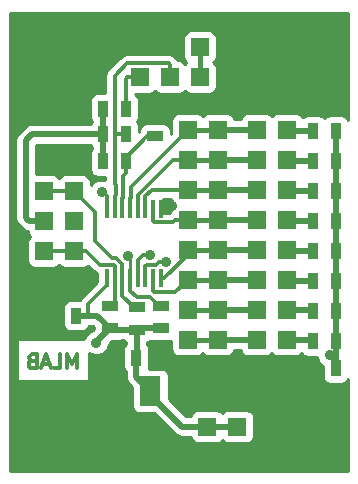
<source format=gbr>
G04 #@! TF.FileFunction,Copper,L2,Bot,Signal*
%FSLAX46Y46*%
G04 Gerber Fmt 4.6, Leading zero omitted, Abs format (unit mm)*
G04 Created by KiCad (PCBNEW 0.201505051231+5642~23~ubuntu14.04.1-product) date St 6. květen 2015, 10:49:02 CEST*
%MOMM*%
G01*
G04 APERTURE LIST*
%ADD10C,0.300000*%
%ADD11R,1.524000X1.524000*%
%ADD12R,0.889000X1.397000*%
%ADD13C,6.000000*%
%ADD14R,0.450000X1.500000*%
%ADD15R,1.397000X0.889000*%
%ADD16R,1.800860X2.499360*%
%ADD17C,0.889000*%
%ADD18C,0.500000*%
%ADD19C,0.400000*%
%ADD20C,0.254000*%
G04 APERTURE END LIST*
D10*
X6572000Y9617143D02*
X6572000Y10817143D01*
X6172000Y9960000D01*
X5772000Y10817143D01*
X5772000Y9617143D01*
X4629142Y9617143D02*
X5200571Y9617143D01*
X5200571Y10817143D01*
X4286285Y9960000D02*
X3714856Y9960000D01*
X4400570Y9617143D02*
X4000570Y10817143D01*
X3600570Y9617143D01*
X2800571Y10245714D02*
X2629142Y10188571D01*
X2571999Y10131429D01*
X2514856Y10017143D01*
X2514856Y9845714D01*
X2571999Y9731429D01*
X2629142Y9674286D01*
X2743428Y9617143D01*
X3200571Y9617143D01*
X3200571Y10817143D01*
X2800571Y10817143D01*
X2686285Y10760000D01*
X2629142Y10702857D01*
X2571999Y10588571D01*
X2571999Y10474286D01*
X2629142Y10360000D01*
X2686285Y10302857D01*
X2800571Y10245714D01*
X3200571Y10245714D01*
D11*
X20193000Y2159000D03*
X17653000Y2159000D03*
X20193000Y4699000D03*
X17653000Y4699000D03*
X20193000Y7239000D03*
X17653000Y7239000D03*
X21844000Y27305000D03*
X24384000Y27305000D03*
D12*
X11620500Y10541000D03*
X9715500Y10541000D03*
D13*
X25400000Y35560000D03*
D14*
X9155000Y23143000D03*
X9805000Y23143000D03*
X10455000Y23143000D03*
X11105000Y23143000D03*
X11755000Y23143000D03*
X12405000Y23143000D03*
X13055000Y23143000D03*
X13705000Y23143000D03*
X13705000Y17243000D03*
X13055000Y17243000D03*
X12405000Y17243000D03*
X11755000Y17243000D03*
X11105000Y17243000D03*
X10455000Y17243000D03*
X9805000Y17243000D03*
X9155000Y17243000D03*
D12*
X28511500Y11938000D03*
X26606500Y11938000D03*
X28511500Y14478000D03*
X26606500Y14478000D03*
X28511500Y17018000D03*
X26606500Y17018000D03*
X28511500Y19558000D03*
X26606500Y19558000D03*
X28511500Y22098000D03*
X26606500Y22098000D03*
X28511500Y24638000D03*
X26606500Y24638000D03*
X28511500Y27178000D03*
X26606500Y27178000D03*
X28511500Y29718000D03*
X26606500Y29718000D03*
D15*
X9398000Y13017500D03*
X9398000Y14922500D03*
X13716000Y13017500D03*
X13716000Y14922500D03*
X11684000Y12890500D03*
X11684000Y14795500D03*
X13208000Y29273500D03*
X13208000Y31178500D03*
D12*
X8826500Y27178000D03*
X10731500Y27178000D03*
X8826500Y29464000D03*
X10731500Y29464000D03*
X8826500Y31623000D03*
X10731500Y31623000D03*
D13*
X5080000Y35560000D03*
X25400000Y5080000D03*
X5080000Y5080000D03*
D11*
X16002000Y12065000D03*
X18542000Y12065000D03*
X16002000Y14605000D03*
X18542000Y14605000D03*
X16002000Y17145000D03*
X18542000Y17145000D03*
X16002000Y19685000D03*
X18542000Y19685000D03*
X16002000Y22225000D03*
X18542000Y22225000D03*
X16002000Y24765000D03*
X18542000Y24765000D03*
X16002000Y27305000D03*
X18542000Y27305000D03*
X16002000Y29845000D03*
X18542000Y29845000D03*
X21844000Y12065000D03*
X24384000Y12065000D03*
X21844000Y14605000D03*
X24384000Y14605000D03*
X21844000Y17145000D03*
X24384000Y17145000D03*
X21844000Y19685000D03*
X24384000Y19685000D03*
X21844000Y22225000D03*
X24384000Y22225000D03*
X21844000Y24765000D03*
X24384000Y24765000D03*
X21844000Y29845000D03*
X24384000Y29845000D03*
X17018000Y34290000D03*
X17018000Y36830000D03*
X6350000Y17018000D03*
X3810000Y17018000D03*
X6350000Y19558000D03*
X3810000Y19558000D03*
X6350000Y22098000D03*
X3810000Y22098000D03*
X6350000Y24638000D03*
X3810000Y24638000D03*
X6350000Y27178000D03*
X3810000Y27178000D03*
X14478000Y36830000D03*
X14478000Y34290000D03*
X11938000Y36830000D03*
X11938000Y34290000D03*
D16*
X12827000Y3716020D03*
X12827000Y7713980D03*
D12*
X28511500Y9652000D03*
X26606500Y9652000D03*
X6540500Y14097000D03*
X4635500Y14097000D03*
D17*
X28041606Y10718800D03*
X8255000Y11811000D03*
X14681199Y23406101D03*
X8686800Y24536400D03*
X10922000Y19177000D03*
X14152542Y18655114D03*
X12823585Y19245521D03*
D18*
X28486105Y10274301D02*
X28041606Y10718800D01*
X28511500Y10248906D02*
X28486105Y10274301D01*
X28511500Y9652000D02*
X28511500Y10248906D01*
X20193000Y4699000D02*
X17653000Y4699000D01*
X12827000Y7713980D02*
X12827000Y7364730D01*
X12827000Y7364730D02*
X15492730Y4699000D01*
X15492730Y4699000D02*
X16391000Y4699000D01*
X16391000Y4699000D02*
X17653000Y4699000D01*
X11620500Y10541000D02*
X11620500Y8920480D01*
X11620500Y8920480D02*
X12827000Y7713980D01*
X11684000Y12890500D02*
X11684000Y10604500D01*
X11684000Y10604500D02*
X11620500Y10541000D01*
X11811000Y13017500D02*
X11684000Y12890500D01*
X13716000Y13017500D02*
X11811000Y13017500D01*
X9525000Y12890500D02*
X9398000Y13017500D01*
X11684000Y12890500D02*
X9525000Y12890500D01*
X8318500Y14097000D02*
X9398000Y13017500D01*
D10*
X9155000Y16718000D02*
X7554902Y15117902D01*
X9155000Y17243000D02*
X9155000Y16718000D01*
X7554902Y15117902D02*
X7554902Y14097000D01*
D18*
X7554902Y14097000D02*
X8318500Y14097000D01*
X6540500Y14097000D02*
X7554902Y14097000D01*
X28712226Y9451274D02*
X28511500Y9652000D01*
X28511500Y9652000D02*
X28511500Y11938000D01*
X28511500Y14478000D02*
X28511500Y11938000D01*
X28511500Y14478000D02*
X28511500Y17018000D01*
X28511500Y17018000D02*
X28511500Y19558000D01*
X28511500Y19558000D02*
X28511500Y22098000D01*
X28511500Y22098000D02*
X28511500Y24638000D01*
X28511500Y24638000D02*
X28511500Y27178000D01*
X28511500Y29718000D02*
X28511500Y27178000D01*
X2548000Y22098000D02*
X2286000Y22360000D01*
X3810000Y22098000D02*
X2548000Y22098000D01*
X2286000Y22360000D02*
X2286000Y28956000D01*
X2794000Y29464000D02*
X8826500Y29464000D01*
X2286000Y28956000D02*
X2794000Y29464000D01*
X8826500Y29464000D02*
X8826500Y31623000D01*
X8826500Y29464000D02*
X8826500Y27178000D01*
X8255000Y11874500D02*
X9398000Y13017500D01*
X8255000Y11811000D02*
X8255000Y11874500D01*
D19*
X26606500Y9652000D02*
X26606500Y8553500D01*
X26606500Y8553500D02*
X25400000Y7347000D01*
X25400000Y7347000D02*
X25400000Y5080000D01*
D10*
X14418098Y23143000D02*
X14681199Y23406101D01*
X13705000Y23143000D02*
X14418098Y23143000D01*
X8811600Y24536400D02*
X8686800Y24536400D01*
X9155000Y24193000D02*
X8811600Y24536400D01*
X9155000Y23143000D02*
X9155000Y24193000D01*
X10731500Y34145500D02*
X10876000Y34290000D01*
X10876000Y34290000D02*
X11938000Y34290000D01*
X10731500Y31623000D02*
X10731500Y34145500D01*
X9805000Y23143000D02*
X9825999Y23163999D01*
X9921989Y25115793D02*
X9805000Y25232782D01*
X9825999Y24216201D02*
X9921989Y24312191D01*
X9805000Y25232782D02*
X9805000Y29504784D01*
X9825999Y23163999D02*
X9825999Y24216201D01*
X9921989Y24312191D02*
X9921989Y25115793D01*
X10852799Y35456001D02*
X9805000Y34408202D01*
X14373999Y35456001D02*
X10852799Y35456001D01*
X14478000Y35352000D02*
X14373999Y35456001D01*
X14478000Y34290000D02*
X14478000Y35352000D01*
X9845784Y29464000D02*
X9805000Y29504784D01*
X10731500Y29464000D02*
X9845784Y29464000D01*
X9805000Y34408202D02*
X9805000Y29504784D01*
X8572999Y18397001D02*
X7412000Y19558000D01*
X9700999Y18397001D02*
X8572999Y18397001D01*
X9805000Y17243000D02*
X9805000Y18293000D01*
X7412000Y19558000D02*
X6350000Y19558000D01*
X9805000Y18293000D02*
X9700999Y18397001D01*
X9805000Y15329500D02*
X9805000Y17243000D01*
X9398000Y14922500D02*
X9805000Y15329500D01*
X6350000Y19558000D02*
X3810000Y19558000D01*
X8128000Y22860000D02*
X6350000Y24638000D01*
X9562007Y18951011D02*
X8128000Y20385018D01*
X10455000Y18428690D02*
X9932679Y18951011D01*
X10455000Y17243000D02*
X10455000Y18428690D01*
X8128000Y20385018D02*
X8128000Y22860000D01*
X9932679Y18951011D02*
X9562007Y18951011D01*
X11430000Y14795500D02*
X11684000Y14795500D01*
X10455000Y15770500D02*
X11430000Y14795500D01*
X10455000Y17243000D02*
X10455000Y15770500D01*
X6350000Y24638000D02*
X3810000Y24638000D01*
X13539810Y14922500D02*
X13716000Y14922500D01*
X12818309Y15644001D02*
X13539810Y14922500D01*
X11653999Y15644001D02*
X12818309Y15644001D01*
X11105000Y16193000D02*
X11653999Y15644001D01*
X11105000Y17243000D02*
X11105000Y16193000D01*
D19*
X17018000Y34290000D02*
X17018000Y36830000D01*
D20*
X11105000Y18994000D02*
X10922000Y19177000D01*
X11105000Y17243000D02*
X11105000Y18994000D01*
D10*
X11105000Y23143000D02*
X11105000Y24021203D01*
X11151320Y24994320D02*
X16002000Y29845000D01*
X11151320Y24067523D02*
X11151320Y24994320D01*
X11105000Y24021203D02*
X11151320Y24067523D01*
D19*
X18542000Y29845000D02*
X16002000Y29845000D01*
D18*
X18542000Y29845000D02*
X21844000Y29845000D01*
X24511000Y29718000D02*
X24384000Y29845000D01*
X26606500Y29718000D02*
X24511000Y29718000D01*
D10*
X11755000Y23143000D02*
X11755000Y24328690D01*
X14940000Y27305000D02*
X16002000Y27305000D01*
X11755000Y24328690D02*
X14731310Y27305000D01*
X14731310Y27305000D02*
X14940000Y27305000D01*
D19*
X18542000Y27305000D02*
X16002000Y27305000D01*
D18*
X18542000Y27305000D02*
X21844000Y27305000D01*
X24511000Y27178000D02*
X24384000Y27305000D01*
X26606500Y27178000D02*
X24511000Y27178000D01*
D10*
X14940000Y24765000D02*
X16002000Y24765000D01*
X12977000Y24765000D02*
X14940000Y24765000D01*
X12405000Y23143000D02*
X12405000Y24193000D01*
X12405000Y24193000D02*
X12977000Y24765000D01*
D19*
X18542000Y24765000D02*
X16002000Y24765000D01*
D18*
X18542000Y24765000D02*
X21844000Y24765000D01*
X24511000Y24638000D02*
X24384000Y24765000D01*
X26606500Y24638000D02*
X24511000Y24638000D01*
D19*
X18542000Y22225000D02*
X16002000Y22225000D01*
D10*
X14940000Y22225000D02*
X16002000Y22225000D01*
X14703999Y21988999D02*
X14940000Y22225000D01*
X13159001Y21988999D02*
X14703999Y21988999D01*
X13055000Y22093000D02*
X13159001Y21988999D01*
X13055000Y23143000D02*
X13055000Y22093000D01*
D18*
X18542000Y22225000D02*
X21844000Y22225000D01*
X24511000Y22098000D02*
X24384000Y22225000D01*
X26606500Y22098000D02*
X24511000Y22098000D01*
D10*
X13984008Y17243000D02*
X16002000Y19260992D01*
X16002000Y19260992D02*
X16002000Y19685000D01*
X13705000Y17243000D02*
X13984008Y17243000D01*
D19*
X18542000Y19685000D02*
X16002000Y19685000D01*
D18*
X18542000Y19685000D02*
X21844000Y19685000D01*
X24511000Y19558000D02*
X24384000Y19685000D01*
X26606500Y19558000D02*
X24511000Y19558000D01*
D19*
X18542000Y17145000D02*
X16002000Y17145000D01*
D10*
X14945999Y16088999D02*
X16002000Y17145000D01*
X13156799Y16088999D02*
X14945999Y16088999D01*
X13055000Y16190798D02*
X13156799Y16088999D01*
X13055000Y17243000D02*
X13055000Y16190798D01*
D18*
X18542000Y17145000D02*
X21844000Y17145000D01*
X24511000Y17018000D02*
X24384000Y17145000D01*
X26606500Y17018000D02*
X24511000Y17018000D01*
D10*
X13523925Y18655114D02*
X14152542Y18655114D01*
X13265812Y18397001D02*
X13523925Y18655114D01*
X12405000Y18293000D02*
X12509001Y18397001D01*
X12405000Y17243000D02*
X12405000Y18293000D01*
X12509001Y18397001D02*
X13265812Y18397001D01*
D19*
X18542000Y14605000D02*
X16002000Y14605000D01*
D18*
X18542000Y14605000D02*
X21844000Y14605000D01*
X26479500Y14605000D02*
X26606500Y14478000D01*
X24384000Y14605000D02*
X26479500Y14605000D01*
D10*
X12194968Y19245521D02*
X12823585Y19245521D01*
X11755000Y17243000D02*
X11755000Y18805553D01*
X11755000Y18805553D02*
X12194968Y19245521D01*
D19*
X18542000Y12065000D02*
X16002000Y12065000D01*
D18*
X18542000Y12065000D02*
X21844000Y12065000D01*
X26479500Y12065000D02*
X26606500Y11938000D01*
X24384000Y12065000D02*
X26479500Y12065000D01*
D10*
X10490962Y25938962D02*
X10731500Y26179500D01*
X10490962Y24067523D02*
X10490962Y25938962D01*
X10731500Y26179500D02*
X10731500Y27178000D01*
X10455000Y24031561D02*
X10490962Y24067523D01*
X10455000Y23143000D02*
X10455000Y24031561D01*
X12573000Y29273500D02*
X13208000Y29273500D01*
X10731500Y27432000D02*
X12573000Y29273500D01*
X10731500Y27178000D02*
X10731500Y27432000D01*
D20*
G36*
X9020000Y25566909D02*
X8902468Y25615713D01*
X8473016Y25616087D01*
X8076111Y25452089D01*
X7772178Y25148686D01*
X7759440Y25118010D01*
X7759440Y25400000D01*
X7712463Y25642123D01*
X7572673Y25854927D01*
X7361640Y25997377D01*
X7112000Y26047440D01*
X5588000Y26047440D01*
X5345877Y26000463D01*
X5133073Y25860673D01*
X5080277Y25782459D01*
X5032673Y25854927D01*
X4821640Y25997377D01*
X4572000Y26047440D01*
X3171000Y26047440D01*
X3171000Y28579000D01*
X7770744Y28579000D01*
X7781537Y28523377D01*
X7915305Y28319740D01*
X7784623Y28126140D01*
X7734560Y27876500D01*
X7734560Y26479500D01*
X7781537Y26237377D01*
X7921327Y26024573D01*
X8132360Y25882123D01*
X8382000Y25832060D01*
X9020000Y25832060D01*
X9020000Y25566909D01*
X9020000Y25566909D01*
G37*
X9020000Y25566909D02*
X8902468Y25615713D01*
X8473016Y25616087D01*
X8076111Y25452089D01*
X7772178Y25148686D01*
X7759440Y25118010D01*
X7759440Y25400000D01*
X7712463Y25642123D01*
X7572673Y25854927D01*
X7361640Y25997377D01*
X7112000Y26047440D01*
X5588000Y26047440D01*
X5345877Y26000463D01*
X5133073Y25860673D01*
X5080277Y25782459D01*
X5032673Y25854927D01*
X4821640Y25997377D01*
X4572000Y26047440D01*
X3171000Y26047440D01*
X3171000Y28579000D01*
X7770744Y28579000D01*
X7781537Y28523377D01*
X7915305Y28319740D01*
X7784623Y28126140D01*
X7734560Y27876500D01*
X7734560Y26479500D01*
X7781537Y26237377D01*
X7921327Y26024573D01*
X8132360Y25882123D01*
X8382000Y25832060D01*
X9020000Y25832060D01*
X9020000Y25566909D01*
G36*
X14857541Y23495278D02*
X14785073Y23447673D01*
X14642623Y23236640D01*
X14592560Y22987000D01*
X14592560Y22918819D01*
X14384921Y22780079D01*
X14378841Y22773999D01*
X13927440Y22773999D01*
X13927440Y23893000D01*
X13910560Y23980000D01*
X14597022Y23980000D01*
X14639537Y23760877D01*
X14779327Y23548073D01*
X14857541Y23495278D01*
X14857541Y23495278D01*
G37*
X14857541Y23495278D02*
X14785073Y23447673D01*
X14642623Y23236640D01*
X14592560Y22987000D01*
X14592560Y22918819D01*
X14384921Y22780079D01*
X14378841Y22773999D01*
X13927440Y22773999D01*
X13927440Y23893000D01*
X13910560Y23980000D01*
X14597022Y23980000D01*
X14639537Y23760877D01*
X14779327Y23548073D01*
X14857541Y23495278D01*
G36*
X29541000Y939000D02*
X939000Y939000D01*
X939000Y39701000D01*
X29541000Y39701000D01*
X29541000Y30682162D01*
X29416673Y30871427D01*
X29205640Y31013877D01*
X28956000Y31063940D01*
X28067000Y31063940D01*
X27824877Y31016963D01*
X27612073Y30877173D01*
X27559277Y30798959D01*
X27511673Y30871427D01*
X27300640Y31013877D01*
X27051000Y31063940D01*
X26162000Y31063940D01*
X25919877Y31016963D01*
X25721717Y30886794D01*
X25606673Y31061927D01*
X25395640Y31204377D01*
X25146000Y31254440D01*
X23622000Y31254440D01*
X23379877Y31207463D01*
X23167073Y31067673D01*
X23114277Y30989459D01*
X23066673Y31061927D01*
X22855640Y31204377D01*
X22606000Y31254440D01*
X21082000Y31254440D01*
X20839877Y31207463D01*
X20627073Y31067673D01*
X20484623Y30856640D01*
X20459226Y30730000D01*
X19927575Y30730000D01*
X19904463Y30849123D01*
X19764673Y31061927D01*
X19553640Y31204377D01*
X19304000Y31254440D01*
X17780000Y31254440D01*
X17537877Y31207463D01*
X17325073Y31067673D01*
X17272277Y30989459D01*
X17224673Y31061927D01*
X17013640Y31204377D01*
X16764000Y31254440D01*
X15240000Y31254440D01*
X14997877Y31207463D01*
X14785073Y31067673D01*
X14642623Y30856640D01*
X14592560Y30607000D01*
X14592560Y29545718D01*
X14553940Y29507098D01*
X14553940Y29718000D01*
X14506963Y29960123D01*
X14367173Y30172927D01*
X14156140Y30315377D01*
X13906500Y30365440D01*
X12509500Y30365440D01*
X12267377Y30318463D01*
X12054573Y30178673D01*
X11912123Y29967640D01*
X11862060Y29718000D01*
X11862060Y29672718D01*
X11823440Y29634098D01*
X11823440Y30162500D01*
X11776463Y30404623D01*
X11684974Y30543897D01*
X11773377Y30674860D01*
X11823440Y30924500D01*
X11823440Y32321500D01*
X11776463Y32563623D01*
X11636673Y32776427D01*
X11516500Y32857545D01*
X11516500Y32880560D01*
X12700000Y32880560D01*
X12942123Y32927537D01*
X13154927Y33067327D01*
X13207722Y33145542D01*
X13255327Y33073073D01*
X13466360Y32930623D01*
X13716000Y32880560D01*
X15240000Y32880560D01*
X15482123Y32927537D01*
X15694927Y33067327D01*
X15747722Y33145542D01*
X15795327Y33073073D01*
X16006360Y32930623D01*
X16256000Y32880560D01*
X17780000Y32880560D01*
X18022123Y32927537D01*
X18234927Y33067327D01*
X18377377Y33278360D01*
X18427440Y33528000D01*
X18427440Y35052000D01*
X18380463Y35294123D01*
X18240673Y35506927D01*
X18162458Y35559723D01*
X18234927Y35607327D01*
X18377377Y35818360D01*
X18427440Y36068000D01*
X18427440Y37592000D01*
X18380463Y37834123D01*
X18240673Y38046927D01*
X18029640Y38189377D01*
X17780000Y38239440D01*
X16256000Y38239440D01*
X16013877Y38192463D01*
X15801073Y38052673D01*
X15658623Y37841640D01*
X15608560Y37592000D01*
X15608560Y36068000D01*
X15655537Y35825877D01*
X15795327Y35613073D01*
X15873541Y35560278D01*
X15801073Y35512673D01*
X15748277Y35434459D01*
X15700673Y35506927D01*
X15489640Y35649377D01*
X15240000Y35699440D01*
X15171818Y35699440D01*
X15033079Y35907079D01*
X14929078Y36011080D01*
X14674406Y36181246D01*
X14373999Y36241001D01*
X10852804Y36241001D01*
X10852799Y36241002D01*
X10552393Y36181246D01*
X10297720Y36011080D01*
X9249921Y34963281D01*
X9079755Y34708609D01*
X9020000Y34408202D01*
X9020000Y32968940D01*
X8382000Y32968940D01*
X8139877Y32921963D01*
X7927073Y32782173D01*
X7784623Y32571140D01*
X7734560Y32321500D01*
X7734560Y30924500D01*
X7781537Y30682377D01*
X7873025Y30543104D01*
X7784623Y30412140D01*
X7771960Y30349000D01*
X2794000Y30349000D01*
X2455325Y30281633D01*
X2168210Y30089790D01*
X2168207Y30089787D01*
X1660210Y29581790D01*
X1468367Y29294675D01*
X1457189Y29238485D01*
X1400999Y28956000D01*
X1401000Y28955994D01*
X1401000Y22360006D01*
X1400999Y22360000D01*
X1457189Y22077516D01*
X1468367Y22021325D01*
X1660210Y21734210D01*
X1922207Y21472214D01*
X1922210Y21472210D01*
X1922211Y21472210D01*
X2209325Y21280367D01*
X2209326Y21280367D01*
X2265515Y21269190D01*
X2419463Y21238568D01*
X2419464Y21238567D01*
X2447537Y21093877D01*
X2587327Y20881073D01*
X2665541Y20828278D01*
X2593073Y20780673D01*
X2450623Y20569640D01*
X2400560Y20320000D01*
X2400560Y18796000D01*
X2447537Y18553877D01*
X2587327Y18341073D01*
X2798360Y18198623D01*
X3048000Y18148560D01*
X4572000Y18148560D01*
X4814123Y18195537D01*
X5026927Y18335327D01*
X5079722Y18413542D01*
X5127327Y18341073D01*
X5338360Y18198623D01*
X5588000Y18148560D01*
X7112000Y18148560D01*
X7354123Y18195537D01*
X7541330Y18318513D01*
X8017917Y17841926D01*
X8017920Y17841922D01*
X8017921Y17841922D01*
X8272593Y17671756D01*
X8282560Y17669774D01*
X8282560Y16955718D01*
X6999823Y15672981D01*
X6846114Y15442940D01*
X6096000Y15442940D01*
X5853877Y15395963D01*
X5641073Y15256173D01*
X5498623Y15045140D01*
X5448560Y14795500D01*
X5448560Y13398500D01*
X5495537Y13156377D01*
X5635327Y12943573D01*
X5846360Y12801123D01*
X6096000Y12751060D01*
X6985000Y12751060D01*
X7227123Y12798037D01*
X7439927Y12937827D01*
X7582377Y13148860D01*
X7595039Y13212000D01*
X7951920Y13212000D01*
X8052060Y13111860D01*
X8052060Y12923140D01*
X8004391Y12875472D01*
X7644311Y12726689D01*
X7340378Y12423286D01*
X7199908Y12085000D01*
X1501286Y12085000D01*
X1501286Y8535000D01*
X7642715Y8535000D01*
X7642715Y10896378D01*
X8039332Y10731687D01*
X8468784Y10731313D01*
X8865689Y10895311D01*
X9169622Y11198714D01*
X9334313Y11595332D01*
X9334406Y11702327D01*
X9557639Y11925560D01*
X10096500Y11925560D01*
X10338623Y11972537D01*
X10388802Y12005500D01*
X10515349Y12005500D01*
X10524827Y11991073D01*
X10735860Y11848623D01*
X10799000Y11835961D01*
X10799000Y11751363D01*
X10721073Y11700173D01*
X10578623Y11489140D01*
X10528560Y11239500D01*
X10528560Y9842500D01*
X10575537Y9600377D01*
X10715327Y9387573D01*
X10735500Y9373956D01*
X10735500Y8920486D01*
X10735499Y8920480D01*
X10791689Y8637996D01*
X10802867Y8581805D01*
X10994710Y8294690D01*
X11279130Y8010270D01*
X11279130Y6464300D01*
X11326107Y6222177D01*
X11465897Y6009373D01*
X11676930Y5866923D01*
X11926570Y5816860D01*
X13123290Y5816860D01*
X14866937Y4073214D01*
X14866940Y4073210D01*
X14866941Y4073210D01*
X15058784Y3945025D01*
X15154055Y3881367D01*
X15154056Y3881366D01*
X15492730Y3813999D01*
X15492730Y3814000D01*
X15492735Y3814000D01*
X16267424Y3814000D01*
X16290537Y3694877D01*
X16430327Y3482073D01*
X16641360Y3339623D01*
X16891000Y3289560D01*
X18415000Y3289560D01*
X18657123Y3336537D01*
X18869927Y3476327D01*
X18922722Y3554542D01*
X18970327Y3482073D01*
X19181360Y3339623D01*
X19431000Y3289560D01*
X20955000Y3289560D01*
X21197123Y3336537D01*
X21409927Y3476327D01*
X21552377Y3687360D01*
X21602440Y3937000D01*
X21602440Y5461000D01*
X21555463Y5703123D01*
X21415673Y5915927D01*
X21204640Y6058377D01*
X20955000Y6108440D01*
X19431000Y6108440D01*
X19188877Y6061463D01*
X18976073Y5921673D01*
X18923277Y5843459D01*
X18875673Y5915927D01*
X18664640Y6058377D01*
X18415000Y6108440D01*
X16891000Y6108440D01*
X16648877Y6061463D01*
X16436073Y5921673D01*
X16293623Y5710640D01*
X16268226Y5584000D01*
X15859309Y5584000D01*
X14374870Y7068439D01*
X14374870Y8963660D01*
X14327893Y9205783D01*
X14188103Y9418587D01*
X13977070Y9561037D01*
X13727430Y9611100D01*
X12666034Y9611100D01*
X12712440Y9842500D01*
X12712440Y11239500D01*
X12665463Y11481623D01*
X12569000Y11628469D01*
X12569000Y11834745D01*
X12624623Y11845537D01*
X12809838Y11967205D01*
X13017500Y11925560D01*
X14414500Y11925560D01*
X14592560Y11960108D01*
X14592560Y11303000D01*
X14639537Y11060877D01*
X14779327Y10848073D01*
X14990360Y10705623D01*
X15240000Y10655560D01*
X16764000Y10655560D01*
X17006123Y10702537D01*
X17218927Y10842327D01*
X17271722Y10920542D01*
X17319327Y10848073D01*
X17530360Y10705623D01*
X17780000Y10655560D01*
X19304000Y10655560D01*
X19546123Y10702537D01*
X19758927Y10842327D01*
X19901377Y11053360D01*
X19926773Y11180000D01*
X20458424Y11180000D01*
X20481537Y11060877D01*
X20621327Y10848073D01*
X20832360Y10705623D01*
X21082000Y10655560D01*
X22606000Y10655560D01*
X22848123Y10702537D01*
X23060927Y10842327D01*
X23113722Y10920542D01*
X23161327Y10848073D01*
X23372360Y10705623D01*
X23622000Y10655560D01*
X25146000Y10655560D01*
X25388123Y10702537D01*
X25600927Y10842327D01*
X25632582Y10889224D01*
X25701327Y10784573D01*
X25912360Y10642123D01*
X26162000Y10592060D01*
X26961994Y10592060D01*
X26961919Y10505016D01*
X27125917Y10108111D01*
X27419560Y9813955D01*
X27419560Y8953500D01*
X27466537Y8711377D01*
X27606327Y8498573D01*
X27817360Y8356123D01*
X28067000Y8306060D01*
X28956000Y8306060D01*
X29198123Y8353037D01*
X29410927Y8492827D01*
X29541000Y8685525D01*
X29541000Y939000D01*
X29541000Y939000D01*
G37*
X29541000Y939000D02*
X939000Y939000D01*
X939000Y39701000D01*
X29541000Y39701000D01*
X29541000Y30682162D01*
X29416673Y30871427D01*
X29205640Y31013877D01*
X28956000Y31063940D01*
X28067000Y31063940D01*
X27824877Y31016963D01*
X27612073Y30877173D01*
X27559277Y30798959D01*
X27511673Y30871427D01*
X27300640Y31013877D01*
X27051000Y31063940D01*
X26162000Y31063940D01*
X25919877Y31016963D01*
X25721717Y30886794D01*
X25606673Y31061927D01*
X25395640Y31204377D01*
X25146000Y31254440D01*
X23622000Y31254440D01*
X23379877Y31207463D01*
X23167073Y31067673D01*
X23114277Y30989459D01*
X23066673Y31061927D01*
X22855640Y31204377D01*
X22606000Y31254440D01*
X21082000Y31254440D01*
X20839877Y31207463D01*
X20627073Y31067673D01*
X20484623Y30856640D01*
X20459226Y30730000D01*
X19927575Y30730000D01*
X19904463Y30849123D01*
X19764673Y31061927D01*
X19553640Y31204377D01*
X19304000Y31254440D01*
X17780000Y31254440D01*
X17537877Y31207463D01*
X17325073Y31067673D01*
X17272277Y30989459D01*
X17224673Y31061927D01*
X17013640Y31204377D01*
X16764000Y31254440D01*
X15240000Y31254440D01*
X14997877Y31207463D01*
X14785073Y31067673D01*
X14642623Y30856640D01*
X14592560Y30607000D01*
X14592560Y29545718D01*
X14553940Y29507098D01*
X14553940Y29718000D01*
X14506963Y29960123D01*
X14367173Y30172927D01*
X14156140Y30315377D01*
X13906500Y30365440D01*
X12509500Y30365440D01*
X12267377Y30318463D01*
X12054573Y30178673D01*
X11912123Y29967640D01*
X11862060Y29718000D01*
X11862060Y29672718D01*
X11823440Y29634098D01*
X11823440Y30162500D01*
X11776463Y30404623D01*
X11684974Y30543897D01*
X11773377Y30674860D01*
X11823440Y30924500D01*
X11823440Y32321500D01*
X11776463Y32563623D01*
X11636673Y32776427D01*
X11516500Y32857545D01*
X11516500Y32880560D01*
X12700000Y32880560D01*
X12942123Y32927537D01*
X13154927Y33067327D01*
X13207722Y33145542D01*
X13255327Y33073073D01*
X13466360Y32930623D01*
X13716000Y32880560D01*
X15240000Y32880560D01*
X15482123Y32927537D01*
X15694927Y33067327D01*
X15747722Y33145542D01*
X15795327Y33073073D01*
X16006360Y32930623D01*
X16256000Y32880560D01*
X17780000Y32880560D01*
X18022123Y32927537D01*
X18234927Y33067327D01*
X18377377Y33278360D01*
X18427440Y33528000D01*
X18427440Y35052000D01*
X18380463Y35294123D01*
X18240673Y35506927D01*
X18162458Y35559723D01*
X18234927Y35607327D01*
X18377377Y35818360D01*
X18427440Y36068000D01*
X18427440Y37592000D01*
X18380463Y37834123D01*
X18240673Y38046927D01*
X18029640Y38189377D01*
X17780000Y38239440D01*
X16256000Y38239440D01*
X16013877Y38192463D01*
X15801073Y38052673D01*
X15658623Y37841640D01*
X15608560Y37592000D01*
X15608560Y36068000D01*
X15655537Y35825877D01*
X15795327Y35613073D01*
X15873541Y35560278D01*
X15801073Y35512673D01*
X15748277Y35434459D01*
X15700673Y35506927D01*
X15489640Y35649377D01*
X15240000Y35699440D01*
X15171818Y35699440D01*
X15033079Y35907079D01*
X14929078Y36011080D01*
X14674406Y36181246D01*
X14373999Y36241001D01*
X10852804Y36241001D01*
X10852799Y36241002D01*
X10552393Y36181246D01*
X10297720Y36011080D01*
X9249921Y34963281D01*
X9079755Y34708609D01*
X9020000Y34408202D01*
X9020000Y32968940D01*
X8382000Y32968940D01*
X8139877Y32921963D01*
X7927073Y32782173D01*
X7784623Y32571140D01*
X7734560Y32321500D01*
X7734560Y30924500D01*
X7781537Y30682377D01*
X7873025Y30543104D01*
X7784623Y30412140D01*
X7771960Y30349000D01*
X2794000Y30349000D01*
X2455325Y30281633D01*
X2168210Y30089790D01*
X2168207Y30089787D01*
X1660210Y29581790D01*
X1468367Y29294675D01*
X1457189Y29238485D01*
X1400999Y28956000D01*
X1401000Y28955994D01*
X1401000Y22360006D01*
X1400999Y22360000D01*
X1457189Y22077516D01*
X1468367Y22021325D01*
X1660210Y21734210D01*
X1922207Y21472214D01*
X1922210Y21472210D01*
X1922211Y21472210D01*
X2209325Y21280367D01*
X2209326Y21280367D01*
X2265515Y21269190D01*
X2419463Y21238568D01*
X2419464Y21238567D01*
X2447537Y21093877D01*
X2587327Y20881073D01*
X2665541Y20828278D01*
X2593073Y20780673D01*
X2450623Y20569640D01*
X2400560Y20320000D01*
X2400560Y18796000D01*
X2447537Y18553877D01*
X2587327Y18341073D01*
X2798360Y18198623D01*
X3048000Y18148560D01*
X4572000Y18148560D01*
X4814123Y18195537D01*
X5026927Y18335327D01*
X5079722Y18413542D01*
X5127327Y18341073D01*
X5338360Y18198623D01*
X5588000Y18148560D01*
X7112000Y18148560D01*
X7354123Y18195537D01*
X7541330Y18318513D01*
X8017917Y17841926D01*
X8017920Y17841922D01*
X8017921Y17841922D01*
X8272593Y17671756D01*
X8282560Y17669774D01*
X8282560Y16955718D01*
X6999823Y15672981D01*
X6846114Y15442940D01*
X6096000Y15442940D01*
X5853877Y15395963D01*
X5641073Y15256173D01*
X5498623Y15045140D01*
X5448560Y14795500D01*
X5448560Y13398500D01*
X5495537Y13156377D01*
X5635327Y12943573D01*
X5846360Y12801123D01*
X6096000Y12751060D01*
X6985000Y12751060D01*
X7227123Y12798037D01*
X7439927Y12937827D01*
X7582377Y13148860D01*
X7595039Y13212000D01*
X7951920Y13212000D01*
X8052060Y13111860D01*
X8052060Y12923140D01*
X8004391Y12875472D01*
X7644311Y12726689D01*
X7340378Y12423286D01*
X7199908Y12085000D01*
X1501286Y12085000D01*
X1501286Y8535000D01*
X7642715Y8535000D01*
X7642715Y10896378D01*
X8039332Y10731687D01*
X8468784Y10731313D01*
X8865689Y10895311D01*
X9169622Y11198714D01*
X9334313Y11595332D01*
X9334406Y11702327D01*
X9557639Y11925560D01*
X10096500Y11925560D01*
X10338623Y11972537D01*
X10388802Y12005500D01*
X10515349Y12005500D01*
X10524827Y11991073D01*
X10735860Y11848623D01*
X10799000Y11835961D01*
X10799000Y11751363D01*
X10721073Y11700173D01*
X10578623Y11489140D01*
X10528560Y11239500D01*
X10528560Y9842500D01*
X10575537Y9600377D01*
X10715327Y9387573D01*
X10735500Y9373956D01*
X10735500Y8920486D01*
X10735499Y8920480D01*
X10791689Y8637996D01*
X10802867Y8581805D01*
X10994710Y8294690D01*
X11279130Y8010270D01*
X11279130Y6464300D01*
X11326107Y6222177D01*
X11465897Y6009373D01*
X11676930Y5866923D01*
X11926570Y5816860D01*
X13123290Y5816860D01*
X14866937Y4073214D01*
X14866940Y4073210D01*
X14866941Y4073210D01*
X15058784Y3945025D01*
X15154055Y3881367D01*
X15154056Y3881366D01*
X15492730Y3813999D01*
X15492730Y3814000D01*
X15492735Y3814000D01*
X16267424Y3814000D01*
X16290537Y3694877D01*
X16430327Y3482073D01*
X16641360Y3339623D01*
X16891000Y3289560D01*
X18415000Y3289560D01*
X18657123Y3336537D01*
X18869927Y3476327D01*
X18922722Y3554542D01*
X18970327Y3482073D01*
X19181360Y3339623D01*
X19431000Y3289560D01*
X20955000Y3289560D01*
X21197123Y3336537D01*
X21409927Y3476327D01*
X21552377Y3687360D01*
X21602440Y3937000D01*
X21602440Y5461000D01*
X21555463Y5703123D01*
X21415673Y5915927D01*
X21204640Y6058377D01*
X20955000Y6108440D01*
X19431000Y6108440D01*
X19188877Y6061463D01*
X18976073Y5921673D01*
X18923277Y5843459D01*
X18875673Y5915927D01*
X18664640Y6058377D01*
X18415000Y6108440D01*
X16891000Y6108440D01*
X16648877Y6061463D01*
X16436073Y5921673D01*
X16293623Y5710640D01*
X16268226Y5584000D01*
X15859309Y5584000D01*
X14374870Y7068439D01*
X14374870Y8963660D01*
X14327893Y9205783D01*
X14188103Y9418587D01*
X13977070Y9561037D01*
X13727430Y9611100D01*
X12666034Y9611100D01*
X12712440Y9842500D01*
X12712440Y11239500D01*
X12665463Y11481623D01*
X12569000Y11628469D01*
X12569000Y11834745D01*
X12624623Y11845537D01*
X12809838Y11967205D01*
X13017500Y11925560D01*
X14414500Y11925560D01*
X14592560Y11960108D01*
X14592560Y11303000D01*
X14639537Y11060877D01*
X14779327Y10848073D01*
X14990360Y10705623D01*
X15240000Y10655560D01*
X16764000Y10655560D01*
X17006123Y10702537D01*
X17218927Y10842327D01*
X17271722Y10920542D01*
X17319327Y10848073D01*
X17530360Y10705623D01*
X17780000Y10655560D01*
X19304000Y10655560D01*
X19546123Y10702537D01*
X19758927Y10842327D01*
X19901377Y11053360D01*
X19926773Y11180000D01*
X20458424Y11180000D01*
X20481537Y11060877D01*
X20621327Y10848073D01*
X20832360Y10705623D01*
X21082000Y10655560D01*
X22606000Y10655560D01*
X22848123Y10702537D01*
X23060927Y10842327D01*
X23113722Y10920542D01*
X23161327Y10848073D01*
X23372360Y10705623D01*
X23622000Y10655560D01*
X25146000Y10655560D01*
X25388123Y10702537D01*
X25600927Y10842327D01*
X25632582Y10889224D01*
X25701327Y10784573D01*
X25912360Y10642123D01*
X26162000Y10592060D01*
X26961994Y10592060D01*
X26961919Y10505016D01*
X27125917Y10108111D01*
X27419560Y9813955D01*
X27419560Y8953500D01*
X27466537Y8711377D01*
X27606327Y8498573D01*
X27817360Y8356123D01*
X28067000Y8306060D01*
X28956000Y8306060D01*
X29198123Y8353037D01*
X29410927Y8492827D01*
X29541000Y8685525D01*
X29541000Y939000D01*
M02*

</source>
